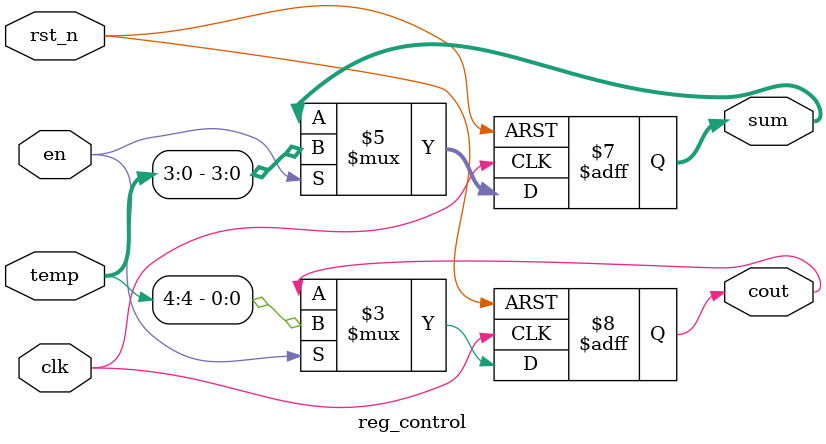
<source format=sv>
module full_adder_sync #(
    parameter WIDTH = 4,
    parameter DEPTH = 2
)(
    input wire clk,
    input wire rst_n,
    input wire en,
    input wire [WIDTH-1:0] a,
    input wire [WIDTH-1:0] b,
    input wire cin,
    output reg [WIDTH-1:0] sum,
    output reg cout
);

    wire [WIDTH:0] temp;

    // 优化后的加法器核心
    adder_core #(
        .WIDTH(WIDTH)
    ) u_adder_core (
        .a(a),
        .b(b),
        .cin(cin),
        .temp(temp)
    );

    // 优化后的寄存器控制
    reg_control #(
        .WIDTH(WIDTH)
    ) u_reg_control (
        .clk(clk),
        .rst_n(rst_n),
        .en(en),
        .temp(temp),
        .sum(sum),
        .cout(cout)
    );

endmodule

module adder_core #(
    parameter WIDTH = 4
)(
    input wire [WIDTH-1:0] a,
    input wire [WIDTH-1:0] b,
    input wire cin,
    output reg [WIDTH:0] temp
);
    wire [WIDTH:0] carry;
    wire [WIDTH-1:0] sum_bits;
    
    assign carry[0] = cin;
    
    genvar i;
    generate
        for (i = 0; i < WIDTH; i = i + 1) begin : adder_chain
            assign sum_bits[i] = a[i] ^ b[i] ^ carry[i];
            assign carry[i+1] = (a[i] & b[i]) | (a[i] & carry[i]) | (b[i] & carry[i]);
        end
    endgenerate
    
    always @(*) begin
        temp = {carry[WIDTH], sum_bits};
    end
endmodule

module reg_control #(
    parameter WIDTH = 4
)(
    input wire clk,
    input wire rst_n,
    input wire en,
    input wire [WIDTH:0] temp,
    output reg [WIDTH-1:0] sum,
    output reg cout
);
    always @(posedge clk or negedge rst_n) begin
        if (!rst_n) begin
            sum <= {WIDTH{1'b0}};
            cout <= 1'b0;
        end else if (en) begin
            {cout, sum} <= temp;
        end
    end
endmodule
</source>
